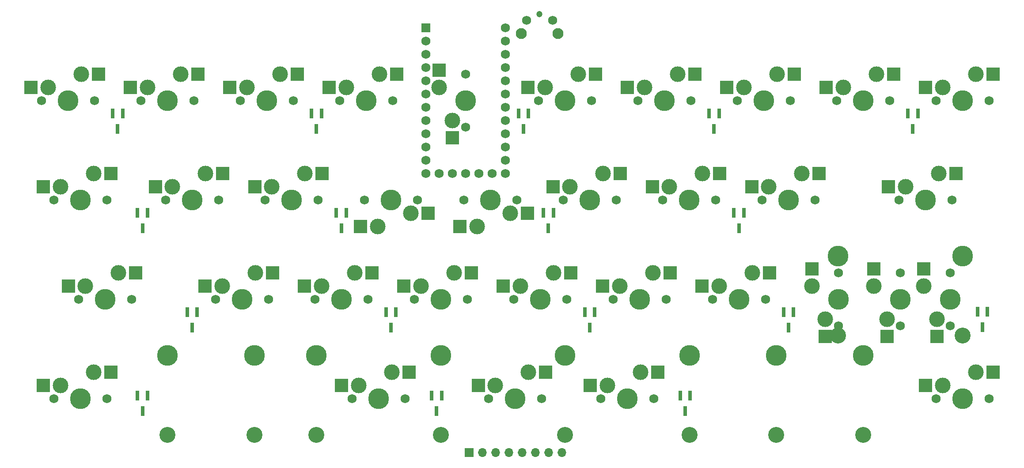
<source format=gbs>
G04 #@! TF.GenerationSoftware,KiCad,Pcbnew,(6.0.1-0)*
G04 #@! TF.CreationDate,2022-03-18T18:41:34-07:00*
G04 #@! TF.ProjectId,micro10,6d696372-6f31-4302-9e6b-696361645f70,1*
G04 #@! TF.SameCoordinates,Original*
G04 #@! TF.FileFunction,Soldermask,Bot*
G04 #@! TF.FilePolarity,Negative*
%FSLAX46Y46*%
G04 Gerber Fmt 4.6, Leading zero omitted, Abs format (unit mm)*
G04 Created by KiCad (PCBNEW (6.0.1-0)) date 2022-03-18 18:41:34*
%MOMM*%
%LPD*%
G01*
G04 APERTURE LIST*
%ADD10R,1.752600X1.752600*%
%ADD11C,1.752600*%
%ADD12C,3.987800*%
%ADD13C,1.750000*%
%ADD14C,3.000000*%
%ADD15R,2.550000X2.500000*%
%ADD16C,3.048000*%
%ADD17R,2.500000X2.550000*%
%ADD18R,1.700000X1.700000*%
%ADD19O,1.700000X1.700000*%
%ADD20C,1.200000*%
%ADD21C,2.100000*%
%ADD22R,0.800000X1.900000*%
G04 APERTURE END LIST*
D10*
X140811250Y-35242500D03*
D11*
X140811250Y-37782500D03*
X140811250Y-40322500D03*
X140811250Y-42862500D03*
X140811250Y-45402500D03*
X140811250Y-47942500D03*
X140811250Y-50482500D03*
X140811250Y-53022500D03*
X140811250Y-55562500D03*
X140811250Y-58102500D03*
X140811250Y-60642500D03*
X140811250Y-63182500D03*
X156051250Y-63182500D03*
X156051250Y-60642500D03*
X156051250Y-58102500D03*
X156051250Y-55562500D03*
X156051250Y-53022500D03*
X156051250Y-50482500D03*
X156051250Y-47942500D03*
X156051250Y-45402500D03*
X156051250Y-42862500D03*
X156051250Y-40322500D03*
X156051250Y-37782500D03*
X156051250Y-35242500D03*
X143351250Y-63182500D03*
X145891250Y-63182500D03*
X148431250Y-63182500D03*
X150971250Y-63182500D03*
X153511250Y-63182500D03*
D12*
X74612500Y-106362500D03*
D13*
X69532500Y-106362500D03*
D14*
X70802500Y-103822500D03*
X77152500Y-101282500D03*
D13*
X79692500Y-106362500D03*
D15*
X67527500Y-103822500D03*
X80454500Y-101282500D03*
D13*
X196373750Y-68262500D03*
D14*
X193833750Y-63182500D03*
X187483750Y-65722500D03*
D12*
X191293750Y-68262500D03*
D13*
X186213750Y-68262500D03*
D15*
X184208750Y-65722500D03*
X197135750Y-63182500D03*
D13*
X152876250Y-106362500D03*
D12*
X91281250Y-98107500D03*
X157956250Y-106362500D03*
D14*
X160496250Y-101282500D03*
D16*
X224631250Y-113347500D03*
D14*
X154146250Y-103822500D03*
D13*
X163036250Y-106362500D03*
D16*
X91281250Y-113347500D03*
D12*
X224631250Y-98107500D03*
D15*
X150871250Y-103822500D03*
X163798250Y-101282500D03*
D13*
X148113750Y-68262500D03*
X158273750Y-68262500D03*
D14*
X150653750Y-73342500D03*
X157003750Y-70802500D03*
D12*
X153193750Y-68262500D03*
D15*
X160278750Y-70802500D03*
X147351750Y-73342500D03*
D13*
X148431250Y-44132500D03*
D14*
X145891250Y-53022500D03*
D12*
X148431250Y-49212500D03*
D13*
X148431250Y-54292500D03*
D14*
X143351250Y-46672500D03*
D17*
X145891250Y-56297500D03*
X143351250Y-43370500D03*
D18*
X149081250Y-116681250D03*
D19*
X151621250Y-116681250D03*
X154161250Y-116681250D03*
X156701250Y-116681250D03*
X159241250Y-116681250D03*
X161781250Y-116681250D03*
X164321250Y-116681250D03*
X166861250Y-116681250D03*
D13*
X241617500Y-68262500D03*
D14*
X232727500Y-65722500D03*
D12*
X236537500Y-68262500D03*
D13*
X231457500Y-68262500D03*
D14*
X239077500Y-63182500D03*
D15*
X229452500Y-65722500D03*
X242379500Y-63182500D03*
D14*
X111283750Y-65722500D03*
X117633750Y-63182500D03*
D12*
X115093750Y-68262500D03*
D13*
X110013750Y-68262500D03*
X120173750Y-68262500D03*
D15*
X108008750Y-65722500D03*
X120935750Y-63182500D03*
D14*
X170021250Y-44132500D03*
D12*
X167481250Y-49212500D03*
D14*
X163671250Y-46672500D03*
D13*
X162401250Y-49212500D03*
X172561250Y-49212500D03*
D15*
X160396250Y-46672500D03*
X173323250Y-44132500D03*
D13*
X238601250Y-106362500D03*
D14*
X239871250Y-103822500D03*
X246221250Y-101282500D03*
D13*
X248761250Y-106362500D03*
D12*
X243681250Y-106362500D03*
D15*
X236596250Y-103822500D03*
X249523250Y-101282500D03*
D13*
X136842500Y-106362500D03*
D16*
X119824500Y-113347500D03*
D12*
X119824500Y-98107500D03*
D16*
X143700500Y-113347500D03*
D13*
X126682500Y-106362500D03*
D14*
X127952500Y-103822500D03*
D12*
X143700500Y-98107500D03*
X131762500Y-106362500D03*
D14*
X134302500Y-101282500D03*
D15*
X124677500Y-103822500D03*
X137604500Y-101282500D03*
D12*
X124618750Y-87312500D03*
D13*
X119538750Y-87312500D03*
D14*
X120808750Y-84772500D03*
D13*
X129698750Y-87312500D03*
D14*
X127158750Y-82232500D03*
D15*
X117533750Y-84772500D03*
X130460750Y-82232500D03*
D14*
X168433750Y-65722500D03*
D12*
X172243750Y-68262500D03*
D14*
X174783750Y-63182500D03*
D13*
X177323750Y-68262500D03*
X167163750Y-68262500D03*
D15*
X165158750Y-65722500D03*
X178085750Y-63182500D03*
D14*
X131603750Y-73342500D03*
D12*
X134143750Y-68262500D03*
D14*
X137953750Y-70802500D03*
D13*
X139223750Y-68262500D03*
X129063750Y-68262500D03*
D15*
X141228750Y-70802500D03*
X128301750Y-73342500D03*
D14*
X101758750Y-84772500D03*
D13*
X100488750Y-87312500D03*
D12*
X105568750Y-87312500D03*
D13*
X110648750Y-87312500D03*
D14*
X108108750Y-82232500D03*
D15*
X98483750Y-84772500D03*
X111410750Y-82232500D03*
D13*
X205898750Y-87312500D03*
X195738750Y-87312500D03*
D14*
X197008750Y-84772500D03*
X203358750Y-82232500D03*
D12*
X200818750Y-87312500D03*
D15*
X193733750Y-84772500D03*
X206660750Y-82232500D03*
D14*
X229235000Y-91122500D03*
D13*
X231775000Y-82232500D03*
D12*
X231775000Y-87312500D03*
D14*
X226695000Y-84772500D03*
D13*
X231775000Y-92392500D03*
D12*
X219837000Y-79057500D03*
D16*
X243713000Y-94297500D03*
D12*
X243713000Y-79057500D03*
D16*
X219837000Y-94297500D03*
D17*
X229235000Y-94397500D03*
X226695000Y-81470500D03*
D14*
X220821250Y-46672500D03*
X227171250Y-44132500D03*
D12*
X224631250Y-49212500D03*
D13*
X229711250Y-49212500D03*
X219551250Y-49212500D03*
D15*
X217546250Y-46672500D03*
X230473250Y-44132500D03*
D12*
X72231250Y-49212500D03*
D14*
X74771250Y-44132500D03*
D13*
X67151250Y-49212500D03*
D14*
X68421250Y-46672500D03*
D13*
X77311250Y-49212500D03*
D15*
X65146250Y-46672500D03*
X78073250Y-44132500D03*
D14*
X189071250Y-44132500D03*
D13*
X181451250Y-49212500D03*
D12*
X186531250Y-49212500D03*
D14*
X182721250Y-46672500D03*
D13*
X191611250Y-49212500D03*
D15*
X179446250Y-46672500D03*
X192373250Y-44132500D03*
D14*
X181927500Y-101282500D03*
X175577500Y-103822500D03*
D13*
X174307500Y-106362500D03*
D12*
X191325500Y-98107500D03*
X179387500Y-106362500D03*
D16*
X167449500Y-113347500D03*
X191325500Y-113347500D03*
D12*
X167449500Y-98107500D03*
D13*
X184467500Y-106362500D03*
D15*
X172302500Y-103822500D03*
X185229500Y-101282500D03*
D13*
X215423750Y-68262500D03*
D14*
X206533750Y-65722500D03*
X212883750Y-63182500D03*
D12*
X210343750Y-68262500D03*
D13*
X205263750Y-68262500D03*
D15*
X203258750Y-65722500D03*
X216185750Y-63182500D03*
D14*
X217328750Y-91122500D03*
D12*
X219868750Y-87312500D03*
D14*
X214788750Y-84772500D03*
D13*
X219868750Y-92392500D03*
X219868750Y-82232500D03*
D17*
X217328750Y-94397500D03*
X214788750Y-81470500D03*
D13*
X200501250Y-49212500D03*
D14*
X208121250Y-44132500D03*
X201771250Y-46672500D03*
D12*
X205581250Y-49212500D03*
D13*
X210661250Y-49212500D03*
D15*
X198496250Y-46672500D03*
X211423250Y-44132500D03*
D14*
X177958750Y-84772500D03*
D13*
X186848750Y-87312500D03*
D14*
X184308750Y-82232500D03*
D13*
X176688750Y-87312500D03*
D12*
X181768750Y-87312500D03*
D15*
X174683750Y-84772500D03*
X187610750Y-82232500D03*
D13*
X167798750Y-87312500D03*
D14*
X158908750Y-84772500D03*
D12*
X162718750Y-87312500D03*
D14*
X165258750Y-82232500D03*
D13*
X157638750Y-87312500D03*
D15*
X155633750Y-84772500D03*
X168560750Y-82232500D03*
D14*
X93821250Y-44132500D03*
D12*
X91281250Y-49212500D03*
D14*
X87471250Y-46672500D03*
D13*
X96361250Y-49212500D03*
X86201250Y-49212500D03*
D15*
X84196250Y-46672500D03*
X97123250Y-44132500D03*
D12*
X129381250Y-49212500D03*
D13*
X124301250Y-49212500D03*
D14*
X125571250Y-46672500D03*
X131921250Y-44132500D03*
D13*
X134461250Y-49212500D03*
D15*
X122296250Y-46672500D03*
X135223250Y-44132500D03*
D14*
X146208750Y-82232500D03*
D13*
X148748750Y-87312500D03*
D12*
X143668750Y-87312500D03*
D13*
X138588750Y-87312500D03*
D14*
X139858750Y-84772500D03*
D15*
X136583750Y-84772500D03*
X149510750Y-82232500D03*
D12*
X74612500Y-68262500D03*
D13*
X79692500Y-68262500D03*
D14*
X70802500Y-65722500D03*
X77152500Y-63182500D03*
D13*
X69532500Y-68262500D03*
D15*
X67527500Y-65722500D03*
X80454500Y-63182500D03*
D12*
X79375000Y-87312500D03*
D14*
X75565000Y-84772500D03*
D13*
X74295000Y-87312500D03*
X84455000Y-87312500D03*
D14*
X81915000Y-82232500D03*
D15*
X72290000Y-84772500D03*
X85217000Y-82232500D03*
D13*
X238601250Y-49212500D03*
D14*
X246221250Y-44132500D03*
X239871250Y-46672500D03*
D13*
X248761250Y-49212500D03*
D12*
X243681250Y-49212500D03*
D15*
X236596250Y-46672500D03*
X249523250Y-44132500D03*
D16*
X207956150Y-113347500D03*
X107956350Y-113347500D03*
D12*
X107956350Y-98107500D03*
X207956150Y-98107500D03*
D14*
X238760000Y-91122500D03*
X236220000Y-84772500D03*
D13*
X241300000Y-82232500D03*
D12*
X241300000Y-87312500D03*
D13*
X241300000Y-92392500D03*
D17*
X238760000Y-94397500D03*
X236220000Y-81470500D03*
D14*
X92233750Y-65722500D03*
D13*
X90963750Y-68262500D03*
X101123750Y-68262500D03*
D14*
X98583750Y-63182500D03*
D12*
X96043750Y-68262500D03*
D15*
X88958750Y-65722500D03*
X101885750Y-63182500D03*
D14*
X106521250Y-46672500D03*
D12*
X110331250Y-49212500D03*
D14*
X112871250Y-44132500D03*
D13*
X105251250Y-49212500D03*
X115411250Y-49212500D03*
D15*
X103246250Y-46672500D03*
X116173250Y-44132500D03*
D20*
X162600000Y-32633750D03*
D21*
X166100000Y-36333750D03*
X159090000Y-36333750D03*
D13*
X165100000Y-33843750D03*
X160100000Y-33843750D03*
D22*
X80806250Y-51681250D03*
X82706250Y-51681250D03*
X81756250Y-54681250D03*
X195106250Y-51681250D03*
X197006250Y-51681250D03*
X196056250Y-54681250D03*
X246543750Y-89693750D03*
X248443750Y-89693750D03*
X247493750Y-92693750D03*
X158593750Y-51681250D03*
X160493750Y-51681250D03*
X159543750Y-54681250D03*
X133193750Y-89781250D03*
X135093750Y-89781250D03*
X134143750Y-92781250D03*
X199868750Y-70731250D03*
X201768750Y-70731250D03*
X200818750Y-73731250D03*
X171293750Y-89781250D03*
X173193750Y-89781250D03*
X172243750Y-92781250D03*
X95093750Y-89781250D03*
X96993750Y-89781250D03*
X96043750Y-92781250D03*
X123668750Y-70731250D03*
X125568750Y-70731250D03*
X124618750Y-73731250D03*
X233206250Y-51681250D03*
X235106250Y-51681250D03*
X234156250Y-54681250D03*
X141925000Y-105743750D03*
X143825000Y-105743750D03*
X142875000Y-108743750D03*
X118906250Y-51681250D03*
X120806250Y-51681250D03*
X119856250Y-54681250D03*
X163356250Y-70731250D03*
X165256250Y-70731250D03*
X164306250Y-73731250D03*
X85568750Y-105743750D03*
X87468750Y-105743750D03*
X86518750Y-108743750D03*
X85568750Y-70731250D03*
X87468750Y-70731250D03*
X86518750Y-73731250D03*
X189550000Y-105743750D03*
X191450000Y-105743750D03*
X190500000Y-108743750D03*
X209393750Y-89781250D03*
X211293750Y-89781250D03*
X210343750Y-92781250D03*
M02*

</source>
